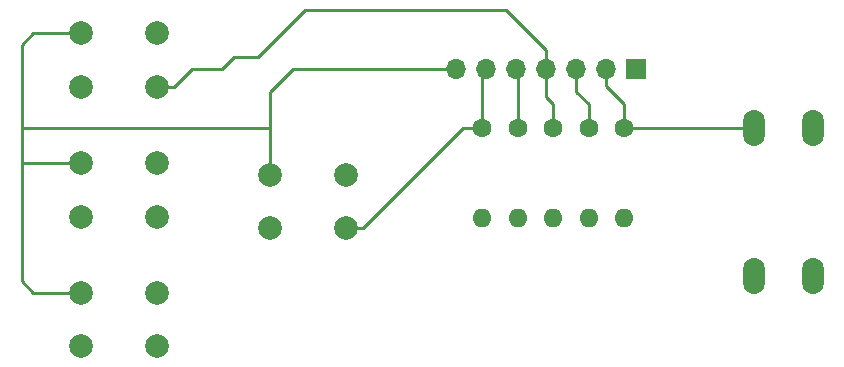
<source format=gbr>
G04 #@! TF.GenerationSoftware,KiCad,Pcbnew,(5.1.5)-3*
G04 #@! TF.CreationDate,2020-07-19T03:38:45+05:30*
G04 #@! TF.ProjectId,HA-Button-V1.0,48412d42-7574-4746-9f6e-2d56312e302e,rev?*
G04 #@! TF.SameCoordinates,Original*
G04 #@! TF.FileFunction,Copper,L1,Top*
G04 #@! TF.FilePolarity,Positive*
%FSLAX46Y46*%
G04 Gerber Fmt 4.6, Leading zero omitted, Abs format (unit mm)*
G04 Created by KiCad (PCBNEW (5.1.5)-3) date 2020-07-19 03:38:45*
%MOMM*%
%LPD*%
G04 APERTURE LIST*
%ADD10O,1.850000X3.048000*%
%ADD11C,2.000000*%
%ADD12O,1.600000X1.600000*%
%ADD13C,1.600000*%
%ADD14O,1.700000X1.700000*%
%ADD15R,1.700000X1.700000*%
%ADD16C,0.250000*%
G04 APERTURE END LIST*
D10*
X133000000Y-82000000D03*
X138000000Y-82000000D03*
X133000000Y-94500000D03*
X138000000Y-94500000D03*
D11*
X82500000Y-96000000D03*
X82500000Y-100500000D03*
X76000000Y-96000000D03*
X76000000Y-100500000D03*
X82500000Y-74000000D03*
X82500000Y-78500000D03*
X76000000Y-74000000D03*
X76000000Y-78500000D03*
X82500000Y-85000000D03*
X82500000Y-89500000D03*
X76000000Y-85000000D03*
X76000000Y-89500000D03*
X98500000Y-86000000D03*
X98500000Y-90500000D03*
X92000000Y-86000000D03*
X92000000Y-90500000D03*
D12*
X122000000Y-89620000D03*
D13*
X122000000Y-82000000D03*
D12*
X119000000Y-89620000D03*
D13*
X119000000Y-82000000D03*
D12*
X116000000Y-89620000D03*
D13*
X116000000Y-82000000D03*
D12*
X113000000Y-89620000D03*
D13*
X113000000Y-82000000D03*
D12*
X110000000Y-89620000D03*
D13*
X110000000Y-82000000D03*
D14*
X107760000Y-77000000D03*
X110300000Y-77000000D03*
X112840000Y-77000000D03*
X115380000Y-77000000D03*
X117920000Y-77000000D03*
X120460000Y-77000000D03*
D15*
X123000000Y-77000000D03*
D16*
X76000000Y-74000000D02*
X72000000Y-74000000D01*
X72000000Y-74000000D02*
X71000000Y-75000000D01*
X71000000Y-95000000D02*
X72000000Y-96000000D01*
X72000000Y-96000000D02*
X76000000Y-96000000D01*
X76000000Y-85000000D02*
X71000000Y-85000000D01*
X71000000Y-85000000D02*
X71000000Y-95000000D01*
X107760000Y-77000000D02*
X94000000Y-77000000D01*
X92000000Y-79000000D02*
X92000000Y-86000000D01*
X94000000Y-77000000D02*
X92000000Y-79000000D01*
X71000000Y-82000000D02*
X92000000Y-82000000D01*
X71000000Y-82000000D02*
X71000000Y-85000000D01*
X71000000Y-75000000D02*
X71000000Y-82000000D01*
X110000000Y-77300000D02*
X110300000Y-77000000D01*
X110000000Y-82000000D02*
X110000000Y-77300000D01*
X108414213Y-82000000D02*
X110000000Y-82000000D01*
X98500000Y-90500000D02*
X99914213Y-90500000D01*
X99914213Y-90500000D02*
X108414213Y-82000000D01*
X113000000Y-77160000D02*
X112840000Y-77000000D01*
X113000000Y-82000000D02*
X113000000Y-77160000D01*
X116000000Y-82000000D02*
X116000000Y-80000000D01*
X115380000Y-79380000D02*
X115380000Y-77000000D01*
X116000000Y-80000000D02*
X115380000Y-79380000D01*
X83914213Y-78500000D02*
X85414213Y-77000000D01*
X82500000Y-78500000D02*
X83914213Y-78500000D01*
X85414213Y-77000000D02*
X88000000Y-77000000D01*
X88000000Y-77000000D02*
X89000000Y-76000000D01*
X89000000Y-76000000D02*
X91000000Y-76000000D01*
X91000000Y-76000000D02*
X95000000Y-72000000D01*
X95000000Y-72000000D02*
X112000000Y-72000000D01*
X115380000Y-75380000D02*
X115380000Y-77000000D01*
X112000000Y-72000000D02*
X115380000Y-75380000D01*
X117920000Y-78920000D02*
X117920000Y-77000000D01*
X119000000Y-82000000D02*
X119000000Y-80000000D01*
X119000000Y-80000000D02*
X117920000Y-78920000D01*
X133000000Y-82000000D02*
X122000000Y-82000000D01*
X122000000Y-82000000D02*
X122000000Y-80000000D01*
X120460000Y-78460000D02*
X120460000Y-77000000D01*
X122000000Y-80000000D02*
X120460000Y-78460000D01*
M02*

</source>
